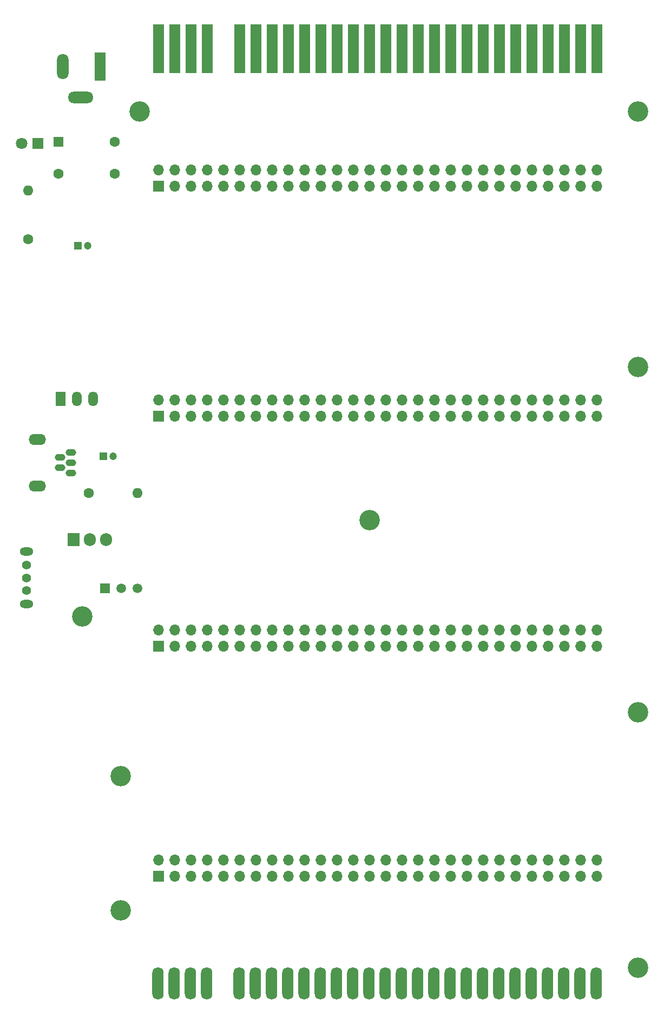
<source format=gbr>
%TF.GenerationSoftware,KiCad,Pcbnew,5.1.12~sunspark9.18*%
%TF.CreationDate,2023-11-23T01:00:00+01:00*%
%TF.ProjectId,ZX_Spectrum_Bus_Expander_1.00,5a585f53-7065-4637-9472-756d5f427573,1.00*%
%TF.SameCoordinates,Original*%
%TF.FileFunction,Soldermask,Bot*%
%TF.FilePolarity,Negative*%
%FSLAX46Y46*%
G04 Gerber Fmt 4.6, Leading zero omitted, Abs format (unit mm)*
G04 Created by KiCad (PCBNEW 5.1.12~sunspark9.18) date 2023-11-23 01:00:00*
%MOMM*%
%LPD*%
G01*
G04 APERTURE LIST*
%ADD10O,2.700000X1.700000*%
%ADD11O,1.650000X1.100000*%
%ADD12C,1.600000*%
%ADD13O,1.600000X1.600000*%
%ADD14O,1.700000X1.700000*%
%ADD15R,1.700000X1.700000*%
%ADD16O,1.778000X5.080000*%
%ADD17R,1.778000X7.620000*%
%ADD18R,1.800000X1.800000*%
%ADD19C,1.800000*%
%ADD20R,1.600000X1.600000*%
%ADD21O,4.000000X1.800000*%
%ADD22O,1.800000X4.000000*%
%ADD23R,1.800000X4.400000*%
%ADD24C,1.403200*%
%ADD25O,2.103200X1.303200*%
%ADD26R,1.500000X2.300000*%
%ADD27O,1.500000X2.300000*%
%ADD28R,1.200000X1.200000*%
%ADD29C,1.200000*%
%ADD30C,3.200000*%
%ADD31R,1.905000X2.000000*%
%ADD32O,1.905000X2.000000*%
%ADD33C,1.500000*%
%ADD34R,1.500000X1.500000*%
G04 APERTURE END LIST*
D10*
%TO.C,J3*%
X3950000Y-72625000D03*
X3950000Y-65325000D03*
D11*
X7525000Y-69775000D03*
X7525000Y-68175000D03*
X9275000Y-70575000D03*
X9275000Y-67375000D03*
X9275000Y-68975000D03*
%TD*%
D12*
%TO.C,R1*%
X2525000Y-34000000D03*
D13*
X2525000Y-26380000D03*
%TD*%
D14*
%TO.C,J5*%
X91539000Y-59164000D03*
X91539000Y-61704000D03*
X88999000Y-59164000D03*
X88999000Y-61704000D03*
X86459000Y-59164000D03*
X86459000Y-61704000D03*
X83919000Y-59164000D03*
X83919000Y-61704000D03*
X81379000Y-59164000D03*
X81379000Y-61704000D03*
X78839000Y-59164000D03*
X78839000Y-61704000D03*
X76299000Y-59164000D03*
X76299000Y-61704000D03*
X73759000Y-59164000D03*
X73759000Y-61704000D03*
X71219000Y-59164000D03*
X71219000Y-61704000D03*
X68679000Y-59164000D03*
X68679000Y-61704000D03*
X66139000Y-59164000D03*
X66139000Y-61704000D03*
X63599000Y-59164000D03*
X63599000Y-61704000D03*
X61059000Y-59164000D03*
X61059000Y-61704000D03*
X58519000Y-59164000D03*
X58519000Y-61704000D03*
X55979000Y-59164000D03*
X55979000Y-61704000D03*
X53439000Y-59164000D03*
X53439000Y-61704000D03*
X50899000Y-59164000D03*
X50899000Y-61704000D03*
X48359000Y-59164000D03*
X48359000Y-61704000D03*
X45819000Y-59164000D03*
X45819000Y-61704000D03*
X43279000Y-59164000D03*
X43279000Y-61704000D03*
X40739000Y-59164000D03*
X40739000Y-61704000D03*
X38199000Y-59164000D03*
X38199000Y-61704000D03*
X35659000Y-59164000D03*
X35659000Y-61704000D03*
X33119000Y-59164000D03*
X33119000Y-61704000D03*
X30579000Y-59164000D03*
X30579000Y-61704000D03*
X28039000Y-59164000D03*
X28039000Y-61704000D03*
X25499000Y-59164000D03*
X25499000Y-61704000D03*
X22959000Y-59164000D03*
D15*
X22959000Y-61704000D03*
%TD*%
D14*
%TO.C,J6*%
X91539000Y-95164000D03*
X91539000Y-97704000D03*
X88999000Y-95164000D03*
X88999000Y-97704000D03*
X86459000Y-95164000D03*
X86459000Y-97704000D03*
X83919000Y-95164000D03*
X83919000Y-97704000D03*
X81379000Y-95164000D03*
X81379000Y-97704000D03*
X78839000Y-95164000D03*
X78839000Y-97704000D03*
X76299000Y-95164000D03*
X76299000Y-97704000D03*
X73759000Y-95164000D03*
X73759000Y-97704000D03*
X71219000Y-95164000D03*
X71219000Y-97704000D03*
X68679000Y-95164000D03*
X68679000Y-97704000D03*
X66139000Y-95164000D03*
X66139000Y-97704000D03*
X63599000Y-95164000D03*
X63599000Y-97704000D03*
X61059000Y-95164000D03*
X61059000Y-97704000D03*
X58519000Y-95164000D03*
X58519000Y-97704000D03*
X55979000Y-95164000D03*
X55979000Y-97704000D03*
X53439000Y-95164000D03*
X53439000Y-97704000D03*
X50899000Y-95164000D03*
X50899000Y-97704000D03*
X48359000Y-95164000D03*
X48359000Y-97704000D03*
X45819000Y-95164000D03*
X45819000Y-97704000D03*
X43279000Y-95164000D03*
X43279000Y-97704000D03*
X40739000Y-95164000D03*
X40739000Y-97704000D03*
X38199000Y-95164000D03*
X38199000Y-97704000D03*
X35659000Y-95164000D03*
X35659000Y-97704000D03*
X33119000Y-95164000D03*
X33119000Y-97704000D03*
X30579000Y-95164000D03*
X30579000Y-97704000D03*
X28039000Y-95164000D03*
X28039000Y-97704000D03*
X25499000Y-95164000D03*
X25499000Y-97704000D03*
X22959000Y-95164000D03*
D15*
X22959000Y-97704000D03*
%TD*%
D14*
%TO.C,J7*%
X91539000Y-131164000D03*
X91539000Y-133704000D03*
X88999000Y-131164000D03*
X88999000Y-133704000D03*
X86459000Y-131164000D03*
X86459000Y-133704000D03*
X83919000Y-131164000D03*
X83919000Y-133704000D03*
X81379000Y-131164000D03*
X81379000Y-133704000D03*
X78839000Y-131164000D03*
X78839000Y-133704000D03*
X76299000Y-131164000D03*
X76299000Y-133704000D03*
X73759000Y-131164000D03*
X73759000Y-133704000D03*
X71219000Y-131164000D03*
X71219000Y-133704000D03*
X68679000Y-131164000D03*
X68679000Y-133704000D03*
X66139000Y-131164000D03*
X66139000Y-133704000D03*
X63599000Y-131164000D03*
X63599000Y-133704000D03*
X61059000Y-131164000D03*
X61059000Y-133704000D03*
X58519000Y-131164000D03*
X58519000Y-133704000D03*
X55979000Y-131164000D03*
X55979000Y-133704000D03*
X53439000Y-131164000D03*
X53439000Y-133704000D03*
X50899000Y-131164000D03*
X50899000Y-133704000D03*
X48359000Y-131164000D03*
X48359000Y-133704000D03*
X45819000Y-131164000D03*
X45819000Y-133704000D03*
X43279000Y-131164000D03*
X43279000Y-133704000D03*
X40739000Y-131164000D03*
X40739000Y-133704000D03*
X38199000Y-131164000D03*
X38199000Y-133704000D03*
X35659000Y-131164000D03*
X35659000Y-133704000D03*
X33119000Y-131164000D03*
X33119000Y-133704000D03*
X30579000Y-131164000D03*
X30579000Y-133704000D03*
X28039000Y-131164000D03*
X28039000Y-133704000D03*
X25499000Y-131164000D03*
X25499000Y-133704000D03*
X22959000Y-131164000D03*
D15*
X22959000Y-133704000D03*
%TD*%
D14*
%TO.C,J4*%
X91539000Y-23164000D03*
X91539000Y-25704000D03*
X88999000Y-23164000D03*
X88999000Y-25704000D03*
X86459000Y-23164000D03*
X86459000Y-25704000D03*
X83919000Y-23164000D03*
X83919000Y-25704000D03*
X81379000Y-23164000D03*
X81379000Y-25704000D03*
X78839000Y-23164000D03*
X78839000Y-25704000D03*
X76299000Y-23164000D03*
X76299000Y-25704000D03*
X73759000Y-23164000D03*
X73759000Y-25704000D03*
X71219000Y-23164000D03*
X71219000Y-25704000D03*
X68679000Y-23164000D03*
X68679000Y-25704000D03*
X66139000Y-23164000D03*
X66139000Y-25704000D03*
X63599000Y-23164000D03*
X63599000Y-25704000D03*
X61059000Y-23164000D03*
X61059000Y-25704000D03*
X58519000Y-23164000D03*
X58519000Y-25704000D03*
X55979000Y-23164000D03*
X55979000Y-25704000D03*
X53439000Y-23164000D03*
X53439000Y-25704000D03*
X50899000Y-23164000D03*
X50899000Y-25704000D03*
X48359000Y-23164000D03*
X48359000Y-25704000D03*
X45819000Y-23164000D03*
X45819000Y-25704000D03*
X43279000Y-23164000D03*
X43279000Y-25704000D03*
X40739000Y-23164000D03*
X40739000Y-25704000D03*
X38199000Y-23164000D03*
X38199000Y-25704000D03*
X35659000Y-23164000D03*
X35659000Y-25704000D03*
X33119000Y-23164000D03*
X33119000Y-25704000D03*
X30579000Y-23164000D03*
X30579000Y-25704000D03*
X28039000Y-23164000D03*
X28039000Y-25704000D03*
X25499000Y-23164000D03*
X25499000Y-25704000D03*
X22959000Y-23164000D03*
D15*
X22959000Y-25704000D03*
%TD*%
D16*
%TO.C,J8*%
X91412000Y-150434000D03*
X88872000Y-150434000D03*
X86332000Y-150434000D03*
X83792000Y-150434000D03*
X81252000Y-150434000D03*
X78712000Y-150434000D03*
X76172000Y-150434000D03*
X73632000Y-150434000D03*
X71092000Y-150434000D03*
X68552000Y-150434000D03*
X66012000Y-150434000D03*
X63472000Y-150434000D03*
X60932000Y-150434000D03*
X58392000Y-150434000D03*
X55852000Y-150434000D03*
X53312000Y-150434000D03*
X50772000Y-150434000D03*
X48232000Y-150434000D03*
X45692000Y-150434000D03*
X43152000Y-150434000D03*
X40612000Y-150434000D03*
X38072000Y-150434000D03*
X35532000Y-150434000D03*
X30452000Y-150434000D03*
X27912000Y-150434000D03*
X25372000Y-150434000D03*
X22832000Y-150434000D03*
%TD*%
D17*
%TO.C,J2*%
X22959000Y-4191000D03*
X25499000Y-4191000D03*
X28039000Y-4191000D03*
X30579000Y-4191000D03*
X35659000Y-4191000D03*
X38199000Y-4191000D03*
X40739000Y-4191000D03*
X43279000Y-4191000D03*
X45819000Y-4191000D03*
X48359000Y-4191000D03*
X50899000Y-4191000D03*
X53439000Y-4191000D03*
X55979000Y-4191000D03*
X58519000Y-4191000D03*
X61059000Y-4191000D03*
X63599000Y-4191000D03*
X66139000Y-4191000D03*
X68679000Y-4191000D03*
X71219000Y-4191000D03*
X73759000Y-4191000D03*
X76299000Y-4191000D03*
X78839000Y-4191000D03*
X81379000Y-4191000D03*
X83919000Y-4191000D03*
X86459000Y-4191000D03*
X88999000Y-4191000D03*
X91539000Y-4191000D03*
%TD*%
D18*
%TO.C,D1*%
X4065000Y-19000000D03*
D19*
X1525000Y-19000000D03*
%TD*%
D20*
%TO.C,D2*%
X7325000Y-18780000D03*
D12*
X7325000Y-23780000D03*
X16125000Y-23780000D03*
X16125000Y-18780000D03*
%TD*%
D21*
%TO.C,J1*%
X10775000Y-11800000D03*
D22*
X7975000Y-7000000D03*
D23*
X13775000Y-7000000D03*
%TD*%
D24*
%TO.C,SW1*%
X2325000Y-89000000D03*
X2325000Y-87000000D03*
X2325000Y-85000000D03*
D25*
X2325000Y-91100000D03*
X2325000Y-82900000D03*
%TD*%
D26*
%TO.C,VR1*%
X7610000Y-59000000D03*
D27*
X10150000Y-59000000D03*
X12690000Y-59000000D03*
%TD*%
D28*
%TO.C,C1*%
X10325000Y-35000000D03*
D29*
X11825000Y-35000000D03*
%TD*%
%TO.C,C2*%
X15825000Y-68000000D03*
D28*
X14325000Y-68000000D03*
%TD*%
D30*
%TO.C,H1*%
X20000000Y-14000000D03*
%TD*%
%TO.C,H8*%
X98000000Y-14000000D03*
%TD*%
%TO.C,H3*%
X17000000Y-118000000D03*
%TD*%
%TO.C,H6*%
X98000000Y-108000000D03*
%TD*%
%TO.C,H5*%
X98000000Y-148000000D03*
%TD*%
%TO.C,H4*%
X17000000Y-139000000D03*
%TD*%
%TO.C,H7*%
X98000000Y-54000000D03*
%TD*%
%TO.C,H2*%
X11000000Y-93000000D03*
%TD*%
%TO.C,H9*%
X56000000Y-78000000D03*
%TD*%
D31*
%TO.C,Q1*%
X9700000Y-81000000D03*
D32*
X12240000Y-81000000D03*
X14780000Y-81000000D03*
%TD*%
D33*
%TO.C,Q2*%
X17140000Y-88600000D03*
X19680000Y-88600000D03*
D34*
X14600000Y-88600000D03*
%TD*%
D12*
%TO.C,R2*%
X12000000Y-73700000D03*
D13*
X19620000Y-73700000D03*
%TD*%
M02*

</source>
